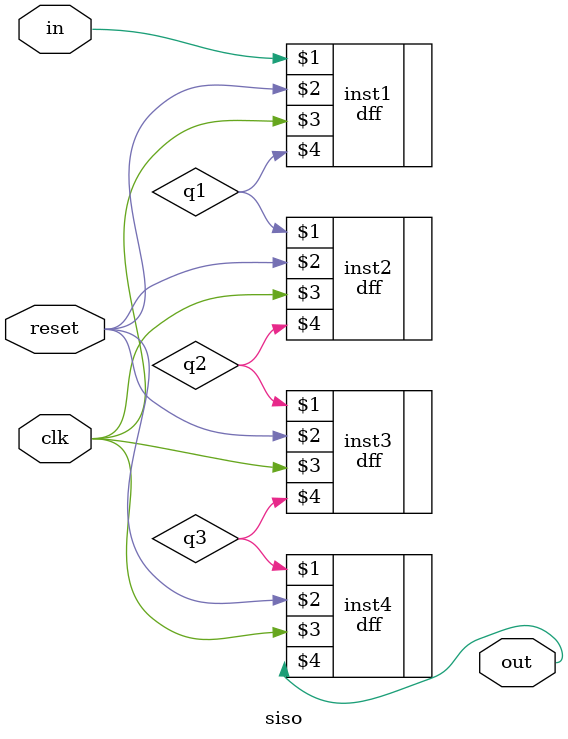
<source format=v>
`include "que2_b.v"

module siso(input in, input clk, reset, output out);
wire q1,q2,q3;
dff inst1(in,reset, clk, q1);
dff inst2(q1,reset, clk, q2);
dff inst3(q2,reset, clk, q3);
dff inst4(q3,reset, clk, out); 
endmodule



</source>
